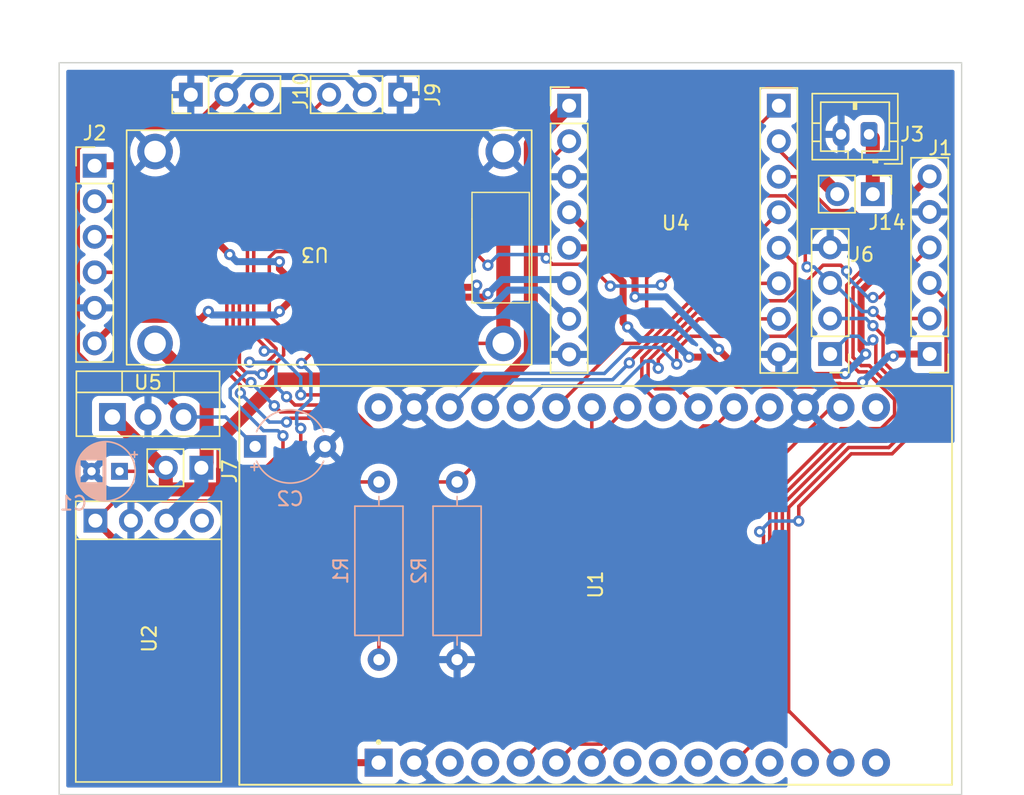
<source format=kicad_pcb>
(kicad_pcb (version 20211014) (generator pcbnew)
  (title_block (comment 1 "First revision of PCB for PAMI (2023-08)"))
  (layers (0 "F.Cu" signal) (31 "B.Cu" signal) (34 "B.Paste" user) (35 "F.Paste" user) (36 "B.SilkS" user "B.Silkscreen") (37 "F.SilkS" user "F.Silkscreen") (38 "B.Mask" user) (39 "F.Mask" user) (44 "Edge.Cuts" user))
  (net 0 "")
  (net 1 "GND")
  (net 2 "/SCL")
  (net 3 "/SDA")
  (net 4 "/1Y")
  (net 5 "+12V")
  (net 6 "/2Y")
  (net 7 "/3Y")
  (net 8 "/4Y")
  (net 9 "/BAT_READING")
  (net 10 "+3V3")
  (net 11 "/VSPI_CS0")
  (net 12 "/VSPI_CLK")
  (net 13 "/VSPI_MISO")
  (net 14 "/VSPI_MOSI")
  (net 15 "/EN34")
  (net 16 "/EN12")
  (net 17 "/2A")
  (net 18 "/1A")
  (net 19 "/4A")
  (net 20 "/3A")
  (net 21 "/POWER_SWITCH")
  (net 22 "/ENCODER_A1")
  (net 23 "/ENCODER_B1")
  (net 24 "/ENCODER_B2")
  (net 25 "/ENCODER_A2")
  (net 26 "/BATTERY_INPUT")
  (net 30 "/EMERGENCY_BUTTON")
  (net 31 "/SERVO_PWM_1")
  (net 32 "/SERVO_PWM_2")
  (net 34 "/5V_POWER")
  (net 37 "/STBY")
  (footprint "MiAM_ESP32_Footprints:TB6612FNG" (layer "F.Cu") (at 161.428 69.8755)
    (fp_text reference "U4" (at 7.62 -11.93 unlocked) (layer "F.SilkS"))
    (fp_text value "TB6612FNG")
    (pad "1" thru_hole rect (at 0 -20.32) (size 1.7 1.7) (drill 1) (layers *.Cu *.Mask) (net 30 "/EMERGENCY_BUTTON"))
    (pad "2" thru_hole oval (at 0 -17.78) (size 1.7 1.7) (drill 1) (layers *.Cu *.Mask) (net 10 "+3V3"))
    (pad "3" thru_hole oval (at 0 -15.24) (size 1.7 1.7) (drill 1) (layers *.Cu *.Mask) (net 1 "GND"))
    (pad "4" thru_hole oval (at 0 -12.7) (size 1.7 1.7) (drill 1) (layers *.Cu *.Mask) (net 4 "/1Y"))
    (pad "5" thru_hole oval (at 0 -10.16) (size 1.7 1.7) (drill 1) (layers *.Cu *.Mask) (net 6 "/2Y"))
    (pad "6" thru_hole oval (at 0 -7.62) (size 1.7 1.7) (drill 1) (layers *.Cu *.Mask) (net 8 "/4Y"))
    (pad "7" thru_hole oval (at 0 -5.08) (size 1.7 1.7) (drill 1) (layers *.Cu *.Mask) (net 7 "/3Y"))
    (pad "8" thru_hole oval (at 0 -2.54) (size 1.7 1.7) (drill 1) (layers *.Cu *.Mask) (net 1 "GND"))
    (pad "9" thru_hole oval (at 14.986 -2.54) (size 1.7 1.7) (drill 1) (layers *.Cu *.Mask) (net 1 "GND"))
    (pad "10" thru_hole oval (at 14.986 -5.08) (size 1.7 1.7) (drill 1) (layers *.Cu *.Mask) (net 15 "/EN34"))
    (pad "11" thru_hole oval (at 14.986 -7.62) (size 1.7 1.7) (drill 1) (layers *.Cu *.Mask) (net 19 "/4A"))
    (pad "12" thru_hole oval (at 14.986 -10.16) (size 1.7 1.7) (drill 1) (layers *.Cu *.Mask) (net 20 "/3A"))
    (pad "13" thru_hole oval (at 14.986 -12.7) (size 1.7 1.7) (drill 1) (layers *.Cu *.Mask) (net 37 "/STBY"))
    (pad "14" thru_hole oval (at 14.986 -15.24) (size 1.7 1.7) (drill 1) (layers *.Cu *.Mask) (net 18 "/1A"))
    (pad "15" thru_hole oval (at 14.986 -17.78) (size 1.7 1.7) (drill 1) (layers *.Cu *.Mask) (net 17 "/2A"))
    (pad "16" thru_hole rect (at 14.986 -20.32) (size 1.7 1.7) (drill 1) (layers *.Cu *.Mask) (net 16 "/EN12"))
  )
  (footprint "Connector_JST:JST_PH_B2B-PH-K_1x02_P2.00mm_Vertical" (layer "F.Cu") (at 182.864 51.604 180)
    (fp_text reference "J3" (at -3.09 0) (layer "F.SilkS"))
    (fp_text value "Screw_Terminal_01x02")
    (pad "1" thru_hole roundrect (at 0 0 180) (size 1.2 1.75) (drill 0.75) (layers *.Cu *.Mask) (roundrect_rratio 0.208333) (net 26 "/BATTERY_INPUT"))
    (pad "2" thru_hole oval (at 2 0 180) (size 1.2 1.75) (drill 0.75) (layers *.Cu *.Mask) (net 1 "GND"))
  )
  (footprint "Connector_PinHeader_2.54mm:PinHeader_1x03_P2.54mm_Vertical" (layer "F.Cu") (at 149.352 48.768 -90)
    (fp_text reference "J9" (at 0 -2.33 90) (layer "F.SilkS"))
    (fp_text value "Conn_01x03_Male")
    (pad "1" thru_hole rect (at 0 0 270) (size 1.7 1.7) (drill 1) (layers *.Cu *.Mask) (net 1 "GND"))
    (pad "2" thru_hole oval (at 0 2.54 270) (size 1.7 1.7) (drill 1) (layers *.Cu *.Mask) (net 34 "/5V_POWER"))
    (pad "3" thru_hole oval (at 0 5.08 270) (size 1.7 1.7) (drill 1) (layers *.Cu *.Mask) (net 31 "/SERVO_PWM_1"))
  )
  (footprint "Connector_PinHeader_2.54mm:PinHeader_1x02_P2.54mm_Vertical" (layer "F.Cu") (at 183.134 55.88 -90)
    (fp_text reference "J14" (at 2.032 -1.016 180) (layer "F.SilkS"))
    (fp_text value "Conn_01x02_Male")
    (pad "1" thru_hole rect (at 0 0 270) (size 1.7 1.7) (drill 1) (layers *.Cu *.Mask) (net 26 "/BATTERY_INPUT"))
    (pad "2" thru_hole oval (at 0 2.54 270) (size 1.7 1.7) (drill 1) (layers *.Cu *.Mask) (net 21 "/POWER_SWITCH"))
  )
  (footprint "Package_TO_SOT_THT:TO-220-3_Vertical" (layer "F.Cu") (at 128.778 71.811)
    (fp_text reference "U5" (at 2.54 -2.469 180) (layer "F.SilkS"))
    (fp_text value "LM7805_TO220")
    (pad "1" thru_hole rect (at 0 0) (size 1.905 2) (drill 1.1) (layers *.Cu *.Mask) (net 30 "/EMERGENCY_BUTTON"))
    (pad "2" thru_hole oval (at 2.54 0) (size 1.905 2) (drill 1.1) (layers *.Cu *.Mask) (net 1 "GND"))
    (pad "3" thru_hole oval (at 5.08 0) (size 1.905 2) (drill 1.1) (layers *.Cu *.Mask) (net 34 "/5V_POWER"))
  )
  (footprint "MiAM_ESP32_Footprints:MODULE_ESP32_DEVKIT_V1" (layer "F.Cu") (at 163.322 83.82 90)
    (fp_text reference "U1" (at 0.0254 0 90) (layer "F.SilkS"))
    (fp_text value "ESP32-DEVKIT-V1")
    (pad "1" thru_hole rect (at -12.7 -15.515 90) (size 2 2) (drill 1.02) (layers *.Cu *.Mask) (net 10 "+3V3"))
    (pad "2" thru_hole circle (at -12.7 -12.975 90) (size 2 2) (drill 1.02) (layers *.Cu *.Mask) (net 1 "GND"))
    (pad "3" thru_hole circle (at -12.7 -10.435 90) (size 2 2) (drill 1.02) (layers *.Cu *.Mask))
    (pad "4" thru_hole circle (at -12.7 -7.895 90) (size 2 2) (drill 1.02) (layers *.Cu *.Mask))
    (pad "5" thru_hole circle (at -12.7 -5.355 90) (size 2 2) (drill 1.02) (layers *.Cu *.Mask) (net 23 "/ENCODER_B1"))
    (pad "6" thru_hole circle (at -12.7 -2.815 90) (size 2 2) (drill 1.02) (layers *.Cu *.Mask) (net 18 "/1A"))
    (pad "7" thru_hole circle (at -12.7 -0.275 90) (size 2 2) (drill 1.02) (layers *.Cu *.Mask) (net 17 "/2A"))
    (pad "8" thru_hole circle (at -12.7 2.265 90) (size 2 2) (drill 1.02) (layers *.Cu *.Mask) (net 11 "/VSPI_CS0"))
    (pad "9" thru_hole circle (at -12.7 4.805 90) (size 2 2) (drill 1.02) (layers *.Cu *.Mask) (net 12 "/VSPI_CLK"))
    (pad "10" thru_hole circle (at -12.7 7.345 90) (size 2 2) (drill 1.02) (layers *.Cu *.Mask) (net 13 "/VSPI_MISO"))
    (pad "11" thru_hole circle (at -12.7 9.885 90) (size 2 2) (drill 1.02) (layers *.Cu *.Mask) (net 3 "/SDA"))
    (pad "12" thru_hole circle (at -12.7 12.425 90) (size 2 2) (drill 1.02) (layers *.Cu *.Mask))
    (pad "13" thru_hole circle (at -12.7 14.965 90) (size 2 2) (drill 1.02) (layers *.Cu *.Mask))
    (pad "14" thru_hole circle (at -12.7 17.505 90) (size 2 2) (drill 1.02) (layers *.Cu *.Mask) (net 2 "/SCL"))
    (pad "15" thru_hole circle (at -12.7 20.045 90) (size 2 2) (drill 1.02) (layers *.Cu *.Mask) (net 14 "/VSPI_MOSI"))
    (pad "16" thru_hole circle (at 12.7 20.045 90) (size 2 2) (drill 1.02) (layers *.Cu *.Mask))
    (pad "17" thru_hole circle (at 12.7 17.505 90) (size 2 2) (drill 1.02) (layers *.Cu *.Mask) (net 9 "/BAT_READING"))
    (pad "18" thru_hole circle (at 12.7 14.965 90) (size 2 2) (drill 1.02) (layers *.Cu *.Mask) (net 1 "GND"))
    (pad "19" thru_hole circle (at 12.7 12.425 90) (size 2 2) (drill 1.02) (layers *.Cu *.Mask) (net 25 "/ENCODER_A2"))
    (pad "20" thru_hole circle (at 12.7 9.885 90) (size 2 2) (drill 1.02) (layers *.Cu *.Mask) (net 24 "/ENCODER_B2"))
    (pad "21" thru_hole circle (at 12.7 7.345 90) (size 2 2) (drill 1.02) (layers *.Cu *.Mask) (net 20 "/3A"))
    (pad "22" thru_hole circle (at 12.7 4.805 90) (size 2 2) (drill 1.02) (layers *.Cu *.Mask) (net 19 "/4A"))
    (pad "23" thru_hole circle (at 12.7 2.265 90) (size 2 2) (drill 1.02) (layers *.Cu *.Mask) (net 31 "/SERVO_PWM_1"))
    (pad "24" thru_hole circle (at 12.7 -0.275 90) (size 2 2) (drill 1.02) (layers *.Cu *.Mask) (net 32 "/SERVO_PWM_2"))
    (pad "25" thru_hole circle (at 12.7 -2.815 90) (size 2 2) (drill 1.02) (layers *.Cu *.Mask) (net 16 "/EN12"))
    (pad "26" thru_hole circle (at 12.7 -5.355 90) (size 2 2) (drill 1.02) (layers *.Cu *.Mask) (net 15 "/EN34"))
    (pad "27" thru_hole circle (at 12.7 -7.895 90) (size 2 2) (drill 1.02) (layers *.Cu *.Mask) (net 37 "/STBY"))
    (pad "28" thru_hole circle (at 12.7 -10.435 90) (size 2 2) (drill 1.02) (layers *.Cu *.Mask) (net 22 "/ENCODER_A1"))
    (pad "29" thru_hole circle (at 12.7 -12.975 90) (size 2 2) (drill 1.02) (layers *.Cu *.Mask) (net 1 "GND"))
    (pad "30" thru_hole circle (at 12.7 -15.515 90) (size 2 2) (drill 1.02) (layers *.Cu *.Mask))
    (zone (net 0) (net_name "") (layer "B.Cu") (connect_pads (clearance 0)) (min_thickness 0.01)
      (keepout (tracks not_allowed) (vias not_allowed) (pads not_allowed) (copperpour not_allowed) (footprints allowed))
      (fill (thermal_gap 0.508) (thermal_bridge_width 0.508))
      (polygon (pts (xy 182.307 92.73) (xy 182.307 75.04) (xy 188.797 75.04) (xy 188.797 92.73)))
    )
  )
  (footprint "Connector_PinHeader_2.54mm:PinHeader_1x06_P2.54mm_Vertical" (layer "F.Cu") (at 187.198 67.31 180)
    (fp_text reference "J1" (at -0.762 14.732) (layer "F.SilkS"))
    (fp_text value "Conn_01x06_Male")
    (pad "1" thru_hole rect (at 0 0 180) (size 1.7 1.7) (drill 1) (layers *.Cu *.Mask) (net 6 "/2Y"))
    (pad "2" thru_hole oval (at 0 2.54 180) (size 1.7 1.7) (drill 1) (layers *.Cu *.Mask) (net 10 "+3V3"))
    (pad "3" thru_hole oval (at 0 5.08 180) (size 1.7 1.7) (drill 1) (layers *.Cu *.Mask) (net 23 "/ENCODER_B1"))
    (pad "4" thru_hole oval (at 0 7.62 180) (size 1.7 1.7) (drill 1) (layers *.Cu *.Mask) (net 22 "/ENCODER_A1"))
    (pad "5" thru_hole oval (at 0 10.16 180) (size 1.7 1.7) (drill 1) (layers *.Cu *.Mask) (net 1 "GND"))
    (pad "6" thru_hole oval (at 0 12.7 180) (size 1.7 1.7) (drill 1) (layers *.Cu *.Mask) (net 4 "/1Y"))
  )
  (footprint "Connector_PinHeader_2.54mm:PinHeader_1x03_P2.54mm_Vertical" (layer "F.Cu") (at 134.381 48.768 90)
    (fp_text reference "J10" (at 0.254 7.859 90) (layer "F.SilkS"))
    (fp_text value "Conn_01x03_Male")
    (pad "1" thru_hole rect (at 0 0 90) (size 1.7 1.7) (drill 1) (layers *.Cu *.Mask) (net 1 "GND"))
    (pad "2" thru_hole oval (at 0 2.54 90) (size 1.7 1.7) (drill 1) (layers *.Cu *.Mask) (net 34 "/5V_POWER"))
    (pad "3" thru_hole oval (at 0 5.08 90) (size 1.7 1.7) (drill 1) (layers *.Cu *.Mask) (net 32 "/SERVO_PWM_2"))
  )
  (footprint "Connector_PinHeader_2.54mm:PinHeader_1x04_P2.54mm_Vertical" (layer "F.Cu") (at 180.086 67.31 180)
    (fp_text reference "J6" (at -2.286 7.112) (layer "F.SilkS"))
    (fp_text value "Conn_01x04_Male")
    (pad "1" thru_hole rect (at 0 0 180) (size 1.7 1.7) (drill 1) (layers *.Cu *.Mask) (net 3 "/SDA"))
    (pad "2" thru_hole oval (at 0 2.54 180) (size 1.7 1.7) (drill 1) (layers *.Cu *.Mask) (net 2 "/SCL"))
    (pad "3" thru_hole oval (at 0 5.08 180) (size 1.7 1.7) (drill 1) (layers *.Cu *.Mask) (net 10 "+3V3"))
    (pad "4" thru_hole oval (at 0 7.62 180) (size 1.7 1.7) (drill 1) (layers *.Cu *.Mask) (net 1 "GND"))
  )
  (footprint "MiAM_ESP32_Footprints:VoltageRegulator" (layer "F.Cu") (at 131.318 88.138 90)
    (fp_text reference "U2" (at 0.4826 0.1016 90 unlocked) (layer "F.SilkS"))
    (fp_text value "3V3")
    (pad "1" thru_hole rect (at 8.9154 -3.7592 90) (size 1.7 1.7) (drill 1) (layers *.Cu *.Mask) (net 10 "+3V3"))
    (pad "2" thru_hole oval (at 8.9154 -1.2192 90) (size 1.7 1.7) (drill 1) (layers *.Cu *.Mask) (net 1 "GND"))
    (pad "3" thru_hole oval (at 8.9154 1.3208 90) (size 1.7 1.7) (drill 1) (layers *.Cu *.Mask) (net 5 "+12V"))
    (pad "4" thru_hole oval (at 8.9154 3.8608 90) (size 1.7 1.7) (drill 1) (layers *.Cu *.Mask))
  )
  (footprint "Connector_PinHeader_2.54mm:PinHeader_1x02_P2.54mm_Vertical" (layer "F.Cu") (at 135.133 75.438 -90)
    (fp_text reference "J7" (at 0.254 -2.027 90) (layer "F.SilkS"))
    (fp_text value "Conn_01x02_Male")
    (pad "1" thru_hole rect (at 0 0 270) (size 1.7 1.7) (drill 1) (layers *.Cu *.Mask) (net 5 "+12V"))
    (pad "2" thru_hole oval (at 0 2.54 270) (size 1.7 1.7) (drill 1) (layers *.Cu *.Mask) (net 30 "/EMERGENCY_BUTTON"))
  )
  (footprint "MiAM_ESP32_Footprints:MT3608" (layer "F.Cu") (at 143.256 59.69 180)
    (fp_text reference "U3" (at 0 -0.5 180 unlocked) (layer "F.SilkS"))
    (fp_text value "MT3608")
    (pad "1" thru_hole circle (at -13.462 -6.858 180) (size 2.54 2.54) (drill 1.54) (layers *.Cu *.Mask) (net 21 "/POWER_SWITCH"))
    (pad "2" thru_hole circle (at -13.462 6.858 180) (size 2.54 2.54) (drill 1.54) (layers *.Cu *.Mask) (net 1 "GND"))
    (pad "3" thru_hole circle (at 11.43 -6.858 180) (size 2.54 2.54) (drill 1.54) (layers *.Cu *.Mask) (net 5 "+12V"))
    (pad "4" thru_hole circle (at 11.43 6.858 180) (size 2.54 2.54) (drill 1.54) (layers *.Cu *.Mask) (net 1 "GND"))
  )
  (footprint "Connector_PinHeader_2.54mm:PinHeader_1x06_P2.54mm_Vertical" (layer "F.Cu") (at 127.508 53.848)
    (fp_text reference "J2" (at 0 -2.33) (layer "F.SilkS"))
    (fp_text value "Conn_01x06_Male")
    (pad "1" thru_hole rect (at 0 0) (size 1.7 1.7) (drill 1) (layers *.Cu *.Mask) (net 7 "/3Y"))
    (pad "2" thru_hole oval (at 0 2.54) (size 1.7 1.7) (drill 1) (layers *.Cu *.Mask) (net 10 "+3V3"))
    (pad "3" thru_hole oval (at 0 5.08) (size 1.7 1.7) (drill 1) (layers *.Cu *.Mask) (net 24 "/ENCODER_B2"))
    (pad "4" thru_hole oval (at 0 7.62) (size 1.7 1.7) (drill 1) (layers *.Cu *.Mask) (net 25 "/ENCODER_A2"))
    (pad "5" thru_hole oval (at 0 10.16) (size 1.7 1.7) (drill 1) (layers *.Cu *.Mask) (net 1 "GND"))
    (pad "6" thru_hole oval (at 0 12.7) (size 1.7 1.7) (drill 1) (layers *.Cu *.Mask) (net 8 "/4Y"))
  )
  (footprint "Resistor_THT:R_Axial_DIN0309_L9.0mm_D3.2mm_P12.70mm_Horizontal" (layer "B.Cu") (at 153.416 76.454 -90)
    (fp_text reference "R2" (at 6.35 2.72 90) (layer "B.SilkS") (effects (justify mirror)))
    (fp_text value "10k")
    (pad "1" thru_hole circle (at 0 0 270) (size 1.6 1.6) (drill 0.8) (layers *.Cu *.Mask) (net 9 "/BAT_READING"))
    (pad "2" thru_hole oval (at 12.7 0 270) (size 1.6 1.6) (drill 0.8) (layers *.Cu *.Mask) (net 1 "GND"))
  )
  (footprint "Capacitor_THT:CP_Radial_Tantal_D5.0mm_P5.00mm" (layer "B.Cu") (at 138.978 73.914)
    (fp_text reference "C2" (at 2.5 3.75) (layer "B.SilkS") (effects (justify mirror)))
    (fp_text value "0.1uF")
    (pad "1" thru_hole rect (at 0 0) (size 1.6 1.6) (drill 0.8) (layers *.Cu *.Mask) (net 34 "/5V_POWER"))
    (pad "2" thru_hole circle (at 5 0) (size 1.6 1.6) (drill 0.8) (layers *.Cu *.Mask) (net 1 "GND"))
  )
  (footprint "Resistor_THT:R_Axial_DIN0309_L9.0mm_D3.2mm_P12.70mm_Horizontal" (layer "B.Cu") (at 147.828 76.454 -90)
    (fp_text reference "R1" (at 6.35 2.72 90) (layer "B.SilkS") (effects (justify mirror)))
    (fp_text value "100k")
    (pad "1" thru_hole circle (at 0 0 270) (size 1.6 1.6) (drill 0.8) (layers *.Cu *.Mask) (net 21 "/POWER_SWITCH"))
    (pad "2" thru_hole oval (at 12.7 0 270) (size 1.6 1.6) (drill 0.8) (layers *.Cu *.Mask) (net 9 "/BAT_READING"))
  )
  (footprint "Capacitor_THT:CP_Radial_D4.0mm_P2.00mm" (layer "B.Cu") (at 129.286 75.692 180)
    (fp_text reference "C1" (at 3.302 -2.286) (layer "B.SilkS") (effects (justify mirror)))
    (fp_text value "0.22uF")
    (pad "1" thru_hole rect (at 0 0 180) (size 1.2 1.2) (drill 0.6) (layers *.Cu *.Mask) (net 30 "/EMERGENCY_BUTTON"))
    (pad "2" thru_hole circle (at 2 0 180) (size 1.2 1.2) (drill 0.6) (layers *.Cu *.Mask) (net 1 "GND"))
  )
  (gr_rect (start 124.968 46.482) (end 189.484 98.806) (layer "Edge.Cuts") (width 0.1) (fill none))
  (segment (start 183.145161 65.278) (end 183.153775 65.278) (width 0.25) (layer "F.Cu") (net 2))
  (segment (start 186.055717 70.028421) (end 186.055717 72.211577) (width 0.25) (layer "F.Cu") (net 2))
  (segment (start 177.11656 92.873762) (end 177.180762 92.873762) (width 0.25) (layer "F.Cu") (net 2))
  (segment (start 177.180762 92.873762) (end 180.827 96.52) (width 0.25) (layer "F.Cu") (net 2))
  (segment (start 183.869672 65.993897) (end 183.869672 67.842376) (width 0.25) (layer "F.Cu") (net 2))
  (segment (start 186.055717 72.211577) (end 184.274734 73.99256) (width 0.25) (layer "F.Cu") (net 2))
  (segment (start 183.869672 67.842376) (end 186.055717 70.028421) (width 0.25) (layer "F.Cu") (net 2))
  (segment (start 184.274734 73.99256) (end 181.406594 73.99256) (width 0.25) (layer "F.Cu") (net 2))
  (segment (start 181.406594 73.99256) (end 177.11656 78.282594) (width 0.25) (layer "F.Cu") (net 2))
  (segment (start 183.153775 65.278) (end 183.869672 65.993897) (width 0.25) (layer "F.Cu") (net 2))
  (segment (start 177.11656 78.282594) (end 177.11656 92.873762) (width 0.25) (layer "F.Cu") (net 2))
  (via (at 183.145161 65.278) (size 0.8) (drill 0.4) (layers "F.Cu" "B.Cu") (net 2))
  (segment (start 183.145161 65.278) (end 182.637161 64.77) (width 0.25) (layer "B.Cu") (net 2))
  (segment (start 182.637161 64.77) (end 180.33 64.77) (width 0.25) (layer "B.Cu") (net 2))
  (segment (start 183.350511 66.49935) (end 183.350511 67.958933) (width 0.25) (layer "F.Cu") (net 3))
  (segment (start 185.606197 72.02538) (end 184.088537 73.54304) (width 0.25) (layer "F.Cu") (net 3))
  (segment (start 185.606197 70.214619) (end 185.606197 72.02538) (width 0.25) (layer "F.Cu") (net 3))
  (segment (start 183.350511 67.958933) (end 185.606197 70.214619) (width 0.25) (layer "F.Cu") (net 3))
  (segment (start 183.145161 66.294) (end 183.350511 66.49935) (width 0.25) (layer "F.Cu") (net 3))
  (segment (start 181.220396 73.54304) (end 176.66704 78.096396) (width 0.25) (layer "F.Cu") (net 3))
  (segment (start 184.088537 73.54304) (end 181.220396 73.54304) (width 0.25) (layer "F.Cu") (net 3))
  (segment (start 176.66704 78.096396) (end 176.66704 93.05996) (width 0.25) (layer "F.Cu") (net 3))
  (segment (start 176.66704 93.05996) (end 173.207 96.52) (width 0.25) (layer "F.Cu") (net 3))
  (via (at 183.145161 66.294) (size 0.8) (drill 0.4) (layers "F.Cu" "B.Cu") (net 3))
  (segment (start 182.118 66.04) (end 181.356 66.04) (width 0.25) (layer "B.Cu") (net 3))
  (segment (start 182.853672 66.585489) (end 182.663489 66.585489) (width 0.25) (layer "B.Cu") (net 3))
  (segment (start 181.356 66.04) (end 180.086 67.31) (width 0.25) (layer "B.Cu") (net 3))
  (segment (start 183.145161 66.294) (end 182.853672 66.585489) (width 0.25) (layer "B.Cu") (net 3))
  (segment (start 182.663489 66.585489) (end 182.118 66.04) (width 0.25) (layer "B.Cu") (net 3))
  (segment (start 182.295661 66.979661) (end 182.295661 62.814339) (width 0.5) (layer "F.Cu") (net 4))
  (segment (start 182.626 67.31) (end 182.295661 66.979661) (width 0.5) (layer "F.Cu") (net 4))
  (segment (start 182.295661 62.814339) (end 184.912 60.198) (width 0.5) (layer "F.Cu") (net 4))
  (segment (start 173.970282 68.834) (end 181.039893 68.834) (width 0.5) (layer "F.Cu") (net 4))
  (segment (start 172.113027 66.976745) (end 173.970282 68.834) (width 0.5) (layer "F.Cu") (net 4))
  (segment (start 166.135798 61.883298) (end 166.135798 63.221923) (width 0.5) (layer "F.Cu") (net 4))
  (segment (start 184.912 60.198) (end 184.912 56.896) (width 0.5) (layer "F.Cu") (net 4))
  (segment (start 181.039893 68.834) (end 181.156359 68.717534) (width 0.5) (layer "F.Cu") (net 4))
  (segment (start 161.428 57.1755) (end 166.135798 61.883298) (width 0.5) (layer "F.Cu") (net 4))
  (segment (start 184.912 56.896) (end 187.198 54.61) (width 0.5) (layer "F.Cu") (net 4))
  (via (at 182.626 67.31) (size 0.8) (drill 0.4) (layers "F.Cu" "B.Cu") (net 4))
  (via (at 172.113027 66.976745) (size 0.8) (drill 0.4) (layers "F.Cu" "B.Cu") (net 4))
  (via (at 166.135798 63.221923) (size 0.8) (drill 0.4) (layers "F.Cu" "B.Cu") (net 4))
  (via (at 181.156359 68.717534) (size 0.8) (drill 0.4) (layers "F.Cu" "B.Cu") (net 4))
  (segment (start 181.156359 68.717534) (end 181.218466 68.717534) (width 0.5) (layer "B.Cu") (net 4))
  (segment (start 166.135798 63.221923) (end 168.358205 63.221923) (width 0.5) (layer "B.Cu") (net 4))
  (segment (start 168.358205 63.221923) (end 172.113027 66.976745) (width 0.5) (layer "B.Cu") (net 4))
  (segment (start 181.218466 68.717534) (end 182.626 67.31) (width 0.5) (layer "B.Cu") (net 4))
  (segment (start 135.51002 70.23202) (end 135.51002 75.06098) (width 1) (layer "F.Cu") (net 5))
  (segment (start 131.826 66.548) (end 135.51002 70.23202) (width 1) (layer "F.Cu") (net 5))
  (segment (start 135.51002 75.06098) (end 135.133 75.438) (width 1) (layer "F.Cu") (net 5))
  (segment (start 135.133 75.438) (end 135.133 76.7284) (width 1) (layer "B.Cu") (net 5))
  (segment (start 135.133 76.7284) (end 132.6388 79.2226) (width 1) (layer "B.Cu") (net 5))
  (segment (start 180.770954 69.53352) (end 180.804479 69.567045) (width 0.5) (layer "F.Cu") (net 6))
  (segment (start 169.986302 67.529249) (end 171.415249 67.529249) (width 0.5) (layer "F.Cu") (net 6))
  (segment (start 182.146954 69.567045) (end 182.404772 69.309227) (width 0.5) (layer "F.Cu") (net 6))
  (segment (start 184.594172 67.458053) (end 184.742225 67.31) (width 0.5) (layer "F.Cu") (net 6))
  (segment (start 165.286287 65.052267) (end 165.286287 62.162287) (width 0.5) (layer "F.Cu") (net 6))
  (segment (start 184.742225 67.31) (end 187.198 67.31) (width 0.5) (layer "F.Cu") (net 6))
  (segment (start 180.804479 69.567045) (end 182.146954 69.567045) (width 0.5) (layer "F.Cu") (net 6))
  (segment (start 165.608 65.37398) (end 165.286287 65.052267) (width 0.5) (layer "F.Cu") (net 6))
  (segment (start 162.8395 59.7155) (end 161.428 59.7155) (width 0.5) (layer "F.Cu") (net 6))
  (segment (start 173.41952 69.53352) (end 180.770954 69.53352) (width 0.5) (layer "F.Cu") (net 6))
  (segment (start 165.286287 62.162287) (end 162.8395 59.7155) (width 0.5) (layer "F.Cu") (net 6))
  (segment (start 171.415249 67.529249) (end 173.41952 69.53352) (width 0.5) (layer "F.Cu") (net 6))
  (via (at 182.404772 69.309227) (size 0.8) (drill 0.4) (layers "F.Cu" "B.Cu") (net 6))
  (via (at 184.594172 67.458053) (size 0.8) (drill 0.4) (layers "F.Cu" "B.Cu") (net 6))
  (via (at 165.608 65.37398) (size 0.8) (drill 0.4) (layers "F.Cu" "B.Cu") (net 6))
  (via (at 169.986302 67.529249) (size 0.8) (drill 0.4) (layers "F.Cu" "B.Cu") (net 6))
  (segment (start 166.498989 66.264969) (end 165.608 65.37398) (width 0.5) (layer "B.Cu") (net 6))
  (segment (start 184.594172 67.458053) (end 184.255946 67.458053) (width 0.5) (layer "B.Cu") (net 6))
  (segment (start 184.255946 67.458053) (end 182.404772 69.309227) (width 0.5) (layer "B.Cu") (net 6))
  (segment (start 168.722022 66.264969) (end 166.498989 66.264969) (width 0.5) (layer "B.Cu") (net 6))
  (segment (start 169.986302 67.529249) (end 168.722022 66.264969) (width 0.5) (layer "B.Cu") (net 6))
  (segment (start 140.716 61.214) (end 142.043553 62.541553) (width 0.5) (layer "F.Cu") (net 7))
  (segment (start 137.16 60.198) (end 135.89 58.928) (width 0.5) (layer "F.Cu") (net 7))
  (segment (start 134.62 58.928) (end 129.54 53.848) (width 0.5) (layer "F.Cu") (net 7))
  (segment (start 154.669459 62.541553) (end 154.81945 62.391562) (width 0.5) (layer "F.Cu") (net 7))
  (segment (start 129.54 53.848) (end 127.508 53.848) (width 0.5) (layer "F.Cu") (net 7))
  (segment (start 135.89 58.928) (end 134.62 58.928) (width 0.5) (layer "F.Cu") (net 7))
  (segment (start 140.716 60.706) (end 140.716 61.214) (width 0.5) (layer "F.Cu") (net 7))
  (segment (start 142.043553 62.541553) (end 154.669459 62.541553) (width 0.5) (layer "F.Cu") (net 7))
  (via (at 140.716 60.706) (size 0.8) (drill 0.4) (layers "F.Cu" "B.Cu") (net 7))
  (via (at 154.81945 62.391562) (size 0.8) (drill 0.4) (layers "F.Cu" "B.Cu") (net 7))
  (via (at 137.16 60.198) (size 0.8) (drill 0.4) (layers "F.Cu" "B.Cu") (net 7))
  (segment (start 154.768989 62.442025) (end 154.81945 62.391562) (width 0.5) (layer "B.Cu") (net 7))
  (segment (start 155.26662 63.841511) (end 154.768989 63.34388) (width 0.5) (layer "B.Cu") (net 7))
  (segment (start 137.668 60.706) (end 137.16 60.198) (width 0.5) (layer "B.Cu") (net 7))
  (segment (start 140.716 60.706) (end 137.668 60.706) (width 0.5) (layer "B.Cu") (net 7))
  (segment (start 155.97038 63.841511) (end 155.26662 63.841511) (width 0.5) (layer "B.Cu") (net 7))
  (segment (start 154.768989 63.34388) (end 154.768989 62.442025) (width 0.5) (layer "B.Cu") (net 7))
  (segment (start 157.073891 62.738) (end 155.97038 63.841511) (width 0.5) (layer "B.Cu") (net 7))
  (segment (start 159.3705 62.738) (end 157.073891 62.738) (width 0.5) (layer "B.Cu") (net 7))
  (segment (start 161.428 64.7955) (end 159.3705 62.738) (width 0.5) (layer "B.Cu") (net 7))
  (segment (start 155.369427 63.241073) (end 155.6185 62.992) (width 0.5) (layer "F.Cu") (net 8))
  (segment (start 140.716 64.262) (end 141.736927 63.241073) (width 0.5) (layer "F.Cu") (net 8))
  (segment (start 129.227511 64.828489) (end 127.508 66.548) (width 0.5) (layer "F.Cu") (net 8))
  (segment (start 135.636 64.262) (end 135.069511 64.828489) (width 0.5) (layer "F.Cu") (net 8))
  (segment (start 141.736927 63.241073) (end 155.369427 63.241073) (width 0.5) (layer "F.Cu") (net 8))
  (segment (start 135.069511 64.828489) (end 129.227511 64.828489) (width 0.5) (layer "F.Cu") (net 8))
  (via (at 135.636 64.262) (size 0.8) (drill 0.4) (layers "F.Cu" "B.Cu") (net 8))
  (via (at 140.716 64.262) (size 0.8) (drill 0.4) (layers "F.Cu" "B.Cu") (net 8))
  (via (at 155.6185 62.992) (size 0.8) (drill 0.4) (layers "F.Cu" "B.Cu") (net 8))
  (segment (start 140.462 64.516) (end 135.89 64.516) (width 0.5) (layer "B.Cu") (net 8))
  (segment (start 161.154719 61.982219) (end 161.428 62.2555) (width 0.5) (layer "B.Cu") (net 8))
  (segment (start 135.89 64.516) (end 135.636 64.262) (width 0.5) (layer "B.Cu") (net 8))
  (segment (start 156.628281 61.982219) (end 161.154719 61.982219) (width 0.5) (layer "B.Cu") (net 8))
  (segment (start 140.716 64.262) (end 140.462 64.516) (width 0.5) (layer "B.Cu") (net 8))
  (segment (start 155.6185 62.992) (end 156.628281 61.982219) (width 0.5) (layer "B.Cu") (net 8))
  (segment (start 147.828 80.264) (end 151.638 76.454) (width 0.25) (layer "F.Cu") (net 9))
  (segment (start 180.160143 71.12) (end 176.076063 75.20408) (width 0.25) (layer "F.Cu") (net 9))
  (segment (start 151.638 76.454) (end 153.416 76.454) (width 0.25) (layer "F.Cu") (net 9))
  (segment (start 154.66592 75.20408) (end 153.416 76.454) (width 0.25) (layer "F.Cu") (net 9))
  (segment (start 180.827 71.12) (end 180.160143 71.12) (width 0.25) (layer "F.Cu") (net 9))
  (segment (start 147.828 88.646) (end 147.828 80.264) (width 0.25) (layer "F.Cu") (net 9))
  (segment (start 176.076063 75.20408) (end 154.66592 75.20408) (width 0.25) (layer "F.Cu") (net 9))
  (segment (start 141.016103 67.375433) (end 139.635899 68.755637) (width 0.25) (layer "F.Cu") (net 10))
  (segment (start 137.854301 62.414866) (end 136.008395 60.56896) (width 0.25) (layer "F.Cu") (net 10))
  (segment (start 139.122251 68.755637) (end 138.984103 68.617489) (width 0.25) (layer "F.Cu") (net 10))
  (segment (start 159.766 60.430989) (end 159.766 53.7575) (width 0.25) (layer "F.Cu") (net 10))
  (segment (start 139.493435 68.755637) (end 139.122251 68.755637) (width 0.25) (layer "F.Cu") (net 10))
  (segment (start 139.991489 64.562103) (end 141.016103 65.586717) (width 0.25) (layer "F.Cu") (net 10))
  (segment (start 139.991489 60.405897) (end 139.991489 64.562103) (width 0.25) (layer "F.Cu") (net 10))
  (segment (start 141.016103 65.586717) (end 141.016103 67.375433) (width 0.25) (layer "F.Cu") (net 10))
  (segment (start 144.8562 96.52) (end 127.5588 79.2226) (width 0.5) (layer "F.Cu") (net 10))
  (segment (start 183.157915 64.266155) (end 183.66176 64.77) (width 0.25) (layer "F.Cu") (net 10))
  (segment (start 160.225022 60.890011) (end 162.812635 60.890011) (width 0.25) (layer "F.Cu") (net 10))
  (segment (start 128.969369 77.812031) (end 137.328991 77.812031) (width 0.25) (layer "F.Cu") (net 10))
  (segment (start 137.328991 77.812031) (end 140.97 74.171022) (width 0.25) (layer "F.Cu") (net 10))
  (segment (start 155.6185 60.96) (end 154.639989 59.981489) (width 0.25) (layer "F.Cu") (net 10))
  (segment (start 159.766 53.7575) (end 161.428 52.0955) (width 0.25) (layer "F.Cu") (net 10))
  (segment (start 138.984103 68.617489) (end 138.278698 68.617489) (width 0.25) (layer "F.Cu") (net 10))
  (segment (start 127.5588 79.2226) (end 128.969369 77.812031) (width 0.25) (layer "F.Cu") (net 10))
  (segment (start 168.010683 62.367317) (end 168.148 62.23) (width 0.25) (layer "F.Cu") (net 10))
  (segment (start 154.639989 59.981489) (end 140.415897 59.981489) (width 0.25) (layer "F.Cu") (net 10))
  (segment (start 134.48296 60.56896) (end 130.302 56.388) (width 0.25) (layer "F.Cu") (net 10))
  (segment (start 174.377011 56.000989) (end 176.900499 56.000989) (width 0.25) (layer "F.Cu") (net 10))
  (segment (start 140.415897 59.981489) (end 139.991489 60.405897) (width 0.25) (layer "F.Cu") (net 10))
  (segment (start 136.008395 60.56896) (end 134.48296 60.56896) (width 0.25) (layer "F.Cu") (net 10))
  (segment (start 130.302 56.388) (end 127.508 56.388) (width 0.25) (layer "F.Cu") (net 10))
  (segment (start 159.787011 60.452) (end 159.766 60.430989) (width 0.25) (layer "F.Cu") (net 10))
  (segment (start 178.308 60.96) (end 178.430701 61.082701) (width 0.25) (layer "F.Cu") (net 10))
  (segment (start 137.854301 68.193092) (end 137.854301 62.414866) (width 0.25) (layer "F.Cu") (net 10))
  (segment (start 164.372312 62.449688) (end 162.812635 60.890011) (width 0.25) (layer "F.Cu") (net 10))
  (segment (start 138.278698 68.617489) (end 137.854301 68.193092) (width 0.25) (layer "F.Cu") (net 10))
  (segment (start 147.807 96.52) (end 144.8562 96.52) (width 0.5) (layer "F.Cu") (net 10))
  (segment (start 140.97 74.171022) (end 140.97 73.152) (width 0.25) (layer "F.Cu") (net 10))
  (segment (start 183.66176 64.77) (end 187.198 64.77) (width 0.25) (layer "F.Cu") (net 10))
  (segment (start 159.787011 60.452) (end 160.225022 60.890011) (width 0.25) (layer "F.Cu") (net 10))
  (segment (start 168.148 62.23) (end 174.377011 56.000989) (width 0.25) (layer "F.Cu") (net 10))
  (segment (start 139.635899 68.755637) (end 139.493435 68.755637) (width 0.25) (layer "F.Cu") (net 10))
  (segment (start 176.900499 56.000989) (end 178.308 57.40849) (width 0.25) (layer "F.Cu") (net 10))
  (segment (start 178.308 57.40849) (end 178.308 60.96) (width 0.25) (layer "F.Cu") (net 10))
  (via (at 140.97 73.152) (size 0.8) (drill 0.4) (layers "F.Cu" "B.Cu") (net 10))
  (via (at 164.372312 62.449688) (size 0.8) (drill 0.4) (layers "F.Cu" "B.Cu") (net 10))
  (via (at 139.493435 68.755637) (size 0.8) (drill 0.4) (layers "F.Cu" "B.Cu") (net 10))
  (via (at 178.430701 61.082701) (size 0.8) (drill 0.4) (layers "F.Cu" "B.Cu") (net 10))
  (via (at 155.6185 60.96) (size 0.8) (drill 0.4) (layers "F.Cu" "B.Cu") (net 10))
  (via (at 159.787011 60.452) (size 0.8) (drill 0.4) (layers "F.Cu" "B.Cu") (net 10))
  (via (at 183.157915 64.266155) (size 0.8) (drill 0.4) (layers "F.Cu" "B.Cu") (net 10))
  (via (at 168.010683 62.367317) (size 0.8) (drill 0.4) (layers "F.Cu" "B.Cu") (net 10))
  (segment (start 168.010683 62.367317) (end 167.928312 62.449688) (width 0.25) (layer "B.Cu") (net 10))
  (segment (start 182.366155 64.266155) (end 180.33 62.23) (width 0.25) (layer "B.Cu") (net 10))
  (segment (start 138.984103 68.617489) (end 138.383897 68.617489) (width 0.25) (layer "B.Cu") (net 10))
  (segment (start 139.122251 68.755637) (end 138.984103 68.617489) (width 0.25) (layer "B.Cu") (net 10))
  (segment (start 139.582875 72.789489) (end 140.607489 72.789489) (width 0.25) (layer "B.Cu") (net 10))
  (segment (start 137.197489 70.404103) (end 139.582875 72.789489) (width 0.25) (layer "B.Cu") (net 10))
  (segment (start 156.3805 60.198) (end 155.6185 60.96) (width 0.25) (layer "B.Cu") (net 10))
  (segment (start 167.928312 62.449688) (end 164.372312 62.449688) (width 0.25) (layer "B.Cu") (net 10))
  (segment (start 138.383897 68.617489) (end 137.197489 69.803897) (width 0.25) (layer "B.Cu") (net 10))
  (segment (start 178.430701 61.082701) (end 178.938701 61.082701) (width 0.25) (layer "B.Cu") (net 10))
  (segment (start 140.607489 72.789489) (end 140.97 73.152) (width 0.25) (layer "B.Cu") (net 10))
  (segment (start 139.493435 68.755637) (end 139.122251 68.755637) (width 0.25) (layer "B.Cu") (net 10))
  (segment (start 178.938701 61.082701) (end 180.086 62.23) (width 0.25) (layer "B.Cu") (net 10))
  (segment (start 159.533011 60.198) (end 156.3805 60.198) (width 0.25) (layer "B.Cu") (net 10))
  (segment (start 183.157915 64.266155) (end 182.366155 64.266155) (width 0.25) (layer "B.Cu") (net 10))
  (segment (start 159.787011 60.452) (end 159.533011 60.198) (width 0.25) (layer "B.Cu") (net 10))
  (segment (start 137.197489 69.803897) (end 137.197489 70.404103) (width 0.25) (layer "B.Cu") (net 10))
  (segment (start 167.79802 67.698634) (end 170.701154 64.7955) (width 0.25) (layer "F.Cu") (net 15))
  (segment (start 170.701154 64.7955) (end 176.414 64.7955) (width 0.25) (layer "F.Cu") (net 15))
  (segment (start 167.79802 68.326) (end 167.79802 67.698634) (width 0.25) (layer "F.Cu") (net 15))
  (via (at 167.79802 68.326) (size 0.8) (drill 0.4) (layers "F.Cu" "B.Cu") (net 15))
  (segment (start 159.491 69.596) (end 157.967 71.12) (width 0.25) (layer "B.Cu") (net 15))
  (segment (start 165.1 69.596) (end 159.491 69.596) (width 0.25) (layer "B.Cu") (net 15))
  (segment (start 167.79802 68.23002) (end 167.386 67.818) (width 0.25) (layer "B.Cu") (net 15))
  (segment (start 166.878 67.818) (end 165.1 69.596) (width 0.25) (layer "B.Cu") (net 15))
  (segment (start 167.386 67.818) (end 166.878 67.818) (width 0.25) (layer "B.Cu") (net 15))
  (segment (start 167.79802 68.326) (end 167.79802 68.23002) (width 0.25) (layer "B.Cu") (net 15))
  (segment (start 166.405797 66.548) (end 165.079 66.548) (width 0.25) (layer "F.Cu") (net 16))
  (segment (start 173.736 55.118) (end 166.968801 61.885199) (width 0.25) (layer "F.Cu") (net 16))
  (segment (start 167.393209 65.560588) (end 166.405797 66.548) (width 0.25) (layer "F.Cu") (net 16))
  (segment (start 165.079 66.548) (end 160.507 71.12) (width 0.25) (layer "F.Cu") (net 16))
  (segment (start 173.736 52.2335) (end 173.736 55.118) (width 0.25) (layer "F.Cu") (net 16))
  (segment (start 176.414 49.5555) (end 173.736 52.2335) (width 0.25) (layer "F.Cu") (net 16))
  (segment (start 167.393209 64.933199) (end 167.393209 65.560588) (width 0.25) (layer "F.Cu") (net 16))
  (segment (start 166.968801 64.508791) (end 167.393209 64.933199) (width 0.25) (layer "F.Cu") (net 16))
  (segment (start 166.968801 61.885199) (end 166.968801 64.508791) (width 0.25) (layer "F.Cu") (net 16))
  (segment (start 176.414 52.716) (end 178.24548 54.54748) (width 0.25) (layer "F.Cu") (net 17))
  (segment (start 183.642 60.655506) (end 181.721141 62.576366) (width 0.25) (layer "F.Cu") (net 17))
  (segment (start 182.308914 68.135196) (end 182.891057 68.135196) (width 0.25) (layer "F.Cu") (net 17))
  (segment (start 183.90234 73.09352) (end 181.034198 73.09352) (width 0.25) (layer "F.Cu") (net 17))
  (segment (start 176.21752 83.34948) (end 163.047 96.52) (width 0.25) (layer "F.Cu") (net 17))
  (segment (start 183.642 58.928) (end 183.642 60.655506) (width 0.25) (layer "F.Cu") (net 17))
  (segment (start 185.156677 70.400816) (end 185.156677 71.839183) (width 0.25) (layer "F.Cu") (net 17))
  (segment (start 178.24548 54.54748) (end 178.24548 55.19249) (width 0.25) (layer "F.Cu") (net 17))
  (segment (start 181.034198 73.09352) (end 176.21752 77.910198) (width 0.25) (layer "F.Cu") (net 17))
  (segment (start 180.107501 57.054511) (end 181.768511 57.054511) (width 0.25) (layer "F.Cu") (net 17))
  (segment (start 176.414 52.0955) (end 176.414 52.716) (width 0.25) (layer "F.Cu") (net 17))
  (segment (start 181.721141 62.576366) (end 181.721141 67.547423) (width 0.25) (layer "F.Cu") (net 17))
  (segment (start 182.891057 68.135196) (end 185.156677 70.400816) (width 0.25) (layer "F.Cu") (net 17))
  (segment (start 176.21752 77.910198) (end 176.21752 83.34948) (width 0.25) (layer "F.Cu") (net 17))
  (segment (start 178.24548 55.19249) (end 180.107501 57.054511) (width 0.25) (layer "F.Cu") (net 17))
  (segment (start 181.768511 57.054511) (end 183.642 58.928) (width 0.25) (layer "F.Cu") (net 17))
  (segment (start 185.156677 71.839183) (end 183.90234 73.09352) (width 0.25) (layer "F.Cu") (net 17))
  (segment (start 181.721141 67.547423) (end 182.308914 68.135196) (width 0.25) (layer "F.Cu") (net 17))
  (segment (start 179.921304 57.504031) (end 181.582313 57.504031) (width 0.25) (layer "F.Cu") (net 18))
  (segment (start 175.768 83.163282) (end 163.735793 95.195489) (width 0.25) (layer "F.Cu") (net 18))
  (segment (start 181.582313 57.504031) (end 183.19248 59.114198) (width 0.25) (layer "F.Cu") (net 18))
  (segment (start 161.831511 95.195489) (end 160.507 96.52) (width 0.25) (layer "F.Cu") (net 18))
  (segment (start 181.271621 67.733621) (end 182.122716 68.584716) (width 0.25) (layer "F.Cu") (net 18))
  (segment (start 183.19248 59.114198) (end 183.19248 60.469308) (width 0.25) (layer "F.Cu") (net 18))
  (segment (start 175.768 77.724) (end 175.768 83.163282) (width 0.25) (layer "F.Cu") (net 18))
  (segment (start 180.848 72.644) (end 175.768 77.724) (width 0.25) (layer "F.Cu") (net 18))
  (segment (start 176.414 54.6355) (end 177.697782 54.6355) (width 0.25) (layer "F.Cu") (net 18))
  (segment (start 177.79596 54.733678) (end 177.79596 55.378687) (width 0.25) (layer "F.Cu") (net 18))
  (segment (start 183.19248 60.469308) (end 181.271621 62.390169) (width 0.25) (layer "F.Cu") (net 18))
  (segment (start 177.697782 54.6355) (end 177.79596 54.733678) (width 0.25) (layer "F.Cu") (net 18))
  (segment (start 181.271621 62.390169) (end 181.271621 67.733621) (width 0.25) (layer "F.Cu") (net 18))
  (segment (start 177.79596 55.378687) (end 179.921304 57.504031) (width 0.25) (layer "F.Cu") (net 18))
  (segment (start 182.704859 68.584716) (end 184.691511 70.571368) (width 0.25) (layer "F.Cu") (net 18))
  (segment (start 182.122716 68.584716) (end 182.704859 68.584716) (width 0.25) (layer "F.Cu") (net 18))
  (segment (start 184.691511 71.668632) (end 183.716143 72.644) (width 0.25) (layer "F.Cu") (net 18))
  (segment (start 184.691511 70.571368) (end 184.691511 71.668632) (width 0.25) (layer "F.Cu") (net 18))
  (segment (start 183.716143 72.644) (end 180.848 72.644) (width 0.25) (layer "F.Cu") (net 18))
  (segment (start 163.735793 95.195489) (end 161.831511 95.195489) (width 0.25) (layer "F.Cu") (net 18))
  (segment (start 171.969718 62.2555) (end 166.624 67.601218) (width 0.25) (layer "F.Cu") (net 19))
  (segment (start 176.414 62.2555) (end 171.969718 62.2555) (width 0.25) (layer "F.Cu") (net 19))
  (segment (start 166.624 67.601218) (end 166.624 69.617) (width 0.25) (layer "F.Cu") (net 19))
  (segment (start 166.624 69.617) (end 168.127 71.12) (width 0.25) (layer "F.Cu") (net 19))
  (segment (start 167.07352 67.787416) (end 167.07352 69.28352) (width 0.25) (layer "F.Cu") (net 20))
  (segment (start 177.588511 60.890011) (end 177.588511 62.741999) (width 0.25) (layer "F.Cu") (net 20))
  (segment (start 176.414 59.7155) (end 177.588511 60.890011) (width 0.25) (layer "F.Cu") (net 20))
  (segment (start 171.360936 63.5) (end 167.07352 67.787416) (width 0.25) (layer "F.Cu") (net 20))
  (segment (start 167.585489 69.795489) (end 169.342489 69.795489) (width 0.25) (layer "F.Cu") (net 20))
  (segment (start 176.83051 63.5) (end 171.360936 63.5) (width 0.25) (layer "F.Cu") (net 20))
  (segment (start 169.342489 69.795489) (end 170.667 71.12) (width 0.25) (layer "F.Cu") (net 20))
  (segment (start 177.588511 62.741999) (end 176.83051 63.5) (width 0.25) (layer "F.Cu") (net 20))
  (segment (start 167.07352 69.28352) (end 167.585489 69.795489) (width 0.25) (layer "F.Cu") (net 20))
  (segment (start 179.07 48.858478) (end 178.059502 47.84798) (width 1) (layer "F.Cu") (net 21))
  (segment (start 178.059502 47.84798) (end 156.62202 47.84798) (width 1) (layer "F.Cu") (net 21))
  (segment (start 154.432 53.848) (end 156.718 56.134) (width 1) (layer "F.Cu") (net 21))
  (segment (start 154.432 50.038) (end 154.432 53.848) (width 1) (layer "F.Cu") (net 21))
  (segment (start 144.018 76.454) (end 147.828 76.454) (width 0.25) (layer "F.Cu") (net 21))
  (segment (start 142.288651 67.982363) (end 143.723014 66.548) (width 0.25) (layer "F.Cu") (net 21))
  (segment (start 156.62202 47.84798) (end 154.432 50.038) (width 1) (layer "F.Cu") (net 21))
  (segment (start 142.24 74.676) (end 144.018 76.454) (width 0.25) (layer "F.Cu") (net 21))
  (segment (start 143.723014 66.548) (end 156.718 66.548) (width 0.25) (layer "F.Cu") (net 21))
  (segment (start 156.718 56.134) (end 156.718 66.548) (width 1) (layer "F.Cu") (net 21))
  (segment (start 142.24 72.621964) (end 142.24 74.676) (width 0.25) (layer "F.Cu") (net 21))
  (segment (start 179.07 54.356) (end 179.07 48.858478) (width 1) (layer "F.Cu") (net 21))
  (segment (start 180.345 55.631) (end 179.07 54.356) (width 1) (layer "F.Cu") (net 21))
  (via (at 142.288651 67.982363) (size 0.8) (drill 0.4) (layers "F.Cu" "B.Cu") (net 21))
  (via (at 142.24 72.621964) (size 0.8) (drill 0.4) (layers "F.Cu" "B.Cu") (net 21))
  (segment (start 142.24 72.621964) (end 141.948511 72.330475) (width 0.25) (layer "B.Cu") (net 21))
  (segment (start 142.964511 70.528414) (end 142.964511 68.658223) (width 0.25) (layer "B.Cu") (net 21))
  (segment (start 141.948511 72.330475) (end 141.948511 71.544414) (width 0.25) (layer "B.Cu") (net 21))
  (segment (start 142.964511 68.658223) (end 142.288651 67.982363) (width 0.25) (layer "B.Cu") (net 21))
  (segment (start 141.948511 71.544414) (end 142.964511 70.528414) (width 0.25) (layer "B.Cu") (net 21))
  (segment (start 183.621266 63.266734) (end 187.198 59.69) (width 0.25) (layer "F.Cu") (net 22))
  (segment (start 178.038031 62.499969) (end 178.038031 64.906958) (width 0.25) (layer "F.Cu") (net 22))
  (segment (start 183.145161 63.266734) (end 183.621266 63.266734) (width 0.25) (layer "F.Cu") (net 22))
  (segment (start 180.840586 60.96) (end 179.578 60.96) (width 0.25) (layer "F.Cu") (net 22))
  (segment (start 169.120309 67.012063) (end 169.120309 68.028309) (width 0.25) (layer "F.Cu") (net 22))
  (segment (start 178.038031 64.906958) (end 176.904989 66.04) (width 0.25) (layer "F.Cu") (net 22))
  (segment (start 179.578 60.96) (end 178.038031 62.499969) (width 0.25) (layer "F.Cu") (net 22))
  (segment (start 181.258888 61.378302) (end 180.840586 60.96) (width 0.25) (layer "F.Cu") (net 22))
  (segment (start 176.904989 66.04) (end 170.092372 66.04) (width 0.25) (layer "F.Cu") (net 22))
  (segment (start 170.092372 66.04) (end 169.120309 67.012063) (width 0.25) (layer "F.Cu") (net 22))
  (via (at 169.120309 68.028309) (size 0.8) (drill 0.4) (layers "F.Cu" "B.Cu") (net 22))
  (via (at 183.145161 63.266734) (size 0.8) (drill 0.4) (layers "F.Cu" "B.Cu") (net 22))
  (via (at 181.258888 61.378302) (size 0.8) (drill 0.4) (layers "F.Cu" "B.Cu") (net 22))
  (segment (start 163.949828 68.69696) (end 155.31004 68.69696) (width 0.25) (layer "B.Cu") (net 22))
  (segment (start 167.931489 66.839489) (end 165.807299 66.839489) (width 0.25) (layer "B.Cu") (net 22))
  (segment (start 155.31004 68.69696) (end 152.887 71.12) (width 0.25) (layer "B.Cu") (net 22))
  (segment (start 165.807299 66.839489) (end 163.949828 68.69696) (width 0.25) (layer "B.Cu") (net 22))
  (segment (start 181.258888 61.741878) (end 182.783744 63.266734) (width 0.25) (layer "B.Cu") (net 22))
  (segment (start 181.258888 61.378302) (end 181.258888 61.741878) (width 0.25) (layer "B.Cu") (net 22))
  (segment (start 182.783744 63.266734) (end 183.145161 63.266734) (width 0.25) (layer "B.Cu") (net 22))
  (segment (start 169.120309 68.028309) (end 167.931489 66.839489) (width 0.25) (layer "B.Cu") (net 22))
  (segment (start 163.549595 94.745969) (end 175.31848 82.977084) (width 0.25) (layer "F.Cu") (net 23))
  (segment (start 175.31848 80.28498) (end 175.0435 80.01) (width 0.25) (layer "F.Cu") (net 23))
  (segment (start 159.741031 94.745969) (end 163.549595 94.745969) (width 0.25) (layer "F.Cu") (net 23))
  (segment (start 188.372511 63.404511) (end 188.372511 70.970103) (width 0.25) (layer "F.Cu") (net 23))
  (segment (start 181.592792 74.44208) (end 177.84106 78.193812) (width 0.25) (layer "F.Cu") (net 23))
  (segment (start 187.198 62.23) (end 188.372511 63.404511) (width 0.25) (layer "F.Cu") (net 23))
  (segment (start 184.511637 74.44208) (end 181.592792 74.44208) (width 0.25) (layer "F.Cu") (net 23))
  (segment (start 157.967 96.52) (end 159.741031 94.745969) (width 0.25) (layer "F.Cu") (net 23))
  (segment (start 177.84106 78.193812) (end 177.84106 79.248) (width 0.25) (layer "F.Cu") (net 23))
  (segment (start 187.498103 71.844511) (end 187.109207 71.844511) (width 0.25) (layer "F.Cu") (net 23))
  (segment (start 175.31848 82.977084) (end 175.31848 80.28498) (width 0.25) (layer "F.Cu") (net 23))
  (segment (start 188.372511 70.970103) (end 187.498103 71.844511) (width 0.25) (layer "F.Cu") (net 23))
  (segment (start 187.109207 71.844511) (end 184.511637 74.44208) (width 0.25) (layer "F.Cu") (net 23))
  (via (at 175.0435 80.01) (size 0.8) (drill 0.4) (layers "F.Cu" "B.Cu") (net 23))
  (via (at 177.84106 79.248) (size 0.8) (drill 0.4) (layers "F.Cu" "B.Cu") (net 23))
  (segment (start 175.8055 79.248) (end 175.0435 80.01) (width 0.25) (layer "B.Cu") (net 23))
  (segment (start 177.84106 79.248) (end 175.8055 79.248) (width 0.25) (layer "B.Cu") (net 23))
  (segment (start 140.350464 71.008464) (end 140.789944 71.447944) (width 0.25) (layer "F.Cu") (net 24))
  (segment (start 127.508 58.928) (end 132.08 58.928) (width 0.25) (layer "F.Cu") (net 24))
  (segment (start 137.404781 68.37929) (end 138.367491 69.342) (width 0.25) (layer "F.Cu") (net 24))
  (segment (start 171.87852 72.44848) (end 173.207 71.12) (width 0.25) (layer "F.Cu") (net 24))
  (segment (start 132.08 58.928) (end 134.17048 61.01848) (width 0.25) (layer "F.Cu") (net 24))
  (segment (start 147.5209 74.30504) (end 169.153243 74.30504) (width 0.25) (layer "F.Cu") (net 24))
  (segment (start 138.367491 69.342) (end 138.684 69.342) (width 0.25) (layer "F.Cu") (net 24))
  (segment (start 137.404781 62.601064) (end 137.404781 68.37929) (width 0.25) (layer "F.Cu") (net 24))
  (segment (start 169.153243 74.30504) (end 171.009803 72.44848) (width 0.25) (layer "F.Cu") (net 24))
  (segment (start 135.822197 61.01848) (end 137.404781 62.601064) (width 0.25) (layer "F.Cu") (net 24))
  (segment (start 171.009803 72.44848) (end 171.87852 72.44848) (width 0.25) (layer "F.Cu") (net 24))
  (segment (start 134.17048 61.01848) (end 135.822197 61.01848) (width 0.25) (layer "F.Cu") (net 24))
  (segment (start 144.663804 71.447944) (end 147.5209 74.30504) (width 0.25) (layer "F.Cu") (net 24))
  (segment (start 140.789944 71.447944) (end 144.663804 71.447944) (width 0.25) (layer "F.Cu") (net 24))
  (via (at 138.684 69.342) (size 0.8) (drill 0.4) (layers "F.Cu" "B.Cu") (net 24))
  (via (at 140.350464 71.008464) (size 0.8) (drill 0.4) (layers "F.Cu" "B.Cu") (net 24))
  (segment (start 138.684 69.342) (end 140.350464 71.008464) (width 0.25) (layer "B.Cu") (net 24))
  (segment (start 173.969 72.898) (end 175.747 71.12) (width 0.25) (layer "F.Cu") (net 25))
  (segment (start 137.922 70.104) (end 137.922 69.532227) (width 0.25) (layer "F.Cu") (net 25))
  (segment (start 141.224 72.172444) (end 141.49898 71.897464) (width 0.25) (layer "F.Cu") (net 25))
  (segment (start 147.334703 74.75456) (end 169.33944 74.75456) (width 0.25) (layer "F.Cu") (net 25))
  (segment (start 136.955261 68.565487) (end 136.955261 62.787261) (width 0.25) (layer "F.Cu") (net 25))
  (segment (start 171.196 72.898) (end 173.969 72.898) (width 0.25) (layer "F.Cu") (net 25))
  (segment (start 135.636 61.468) (end 127.508 61.468) (width 0.25) (layer "F.Cu") (net 25))
  (segment (start 144.477606 71.897464) (end 147.334703 74.75456) (width 0.25) (layer "F.Cu") (net 25))
  (segment (start 141.49898 71.897464) (end 144.477606 71.897464) (width 0.25) (layer "F.Cu") (net 25))
  (segment (start 169.33944 74.75456) (end 171.196 72.898) (width 0.25) (layer "F.Cu") (net 25))
  (segment (start 137.922 69.532227) (end 136.955261 68.565487) (width 0.25) (layer "F.Cu") (net 25))
  (segment (start 136.955261 62.787261) (end 135.636 61.468) (width 0.25) (layer "F.Cu") (net 25))
  (via (at 141.224 72.172444) (size 0.8) (drill 0.4) (layers "F.Cu" "B.Cu") (net 25))
  (via (at 137.922 70.104) (size 0.8) (drill 0.4) (layers "F.Cu" "B.Cu") (net 25))
  (segment (start 139.990444 72.172444) (end 137.922 70.104) (width 0.25) (layer "B.Cu") (net 25))
  (segment (start 141.224 72.172444) (end 139.990444 72.172444) (width 0.25) (layer "B.Cu") (net 25))
  (segment (start 183.134 51.874) (end 182.864 51.604) (width 1) (layer "F.Cu") (net 26))
  (segment (start 183.134 55.88) (end 183.134 51.874) (width 1) (layer "F.Cu") (net 26))
  (segment (start 136.70954 73.09446) (end 136.70954 75.557837) (width 1) (layer "F.Cu") (net 30))
  (segment (start 132.339 75.692) (end 132.593 75.438) (width 0.25) (layer "F.Cu") (net 30))
  (segment (start 132.593 75.626) (end 128.778 71.811) (width 1) (layer "F.Cu") (net 30))
  (segment (start 161.428 49.5555) (end 158.687511 52.295989) (width 1) (layer "F.Cu") (net 30))
  (segment (start 136.682511 75.584866) (end 136.682511 76.987511) (width 1) (layer "F.Cu") (net 30))
  (segment (start 140.675189 69.128811) (end 136.70954 73.09446) (width 1) (layer "F.Cu") (net 30))
  (segment (start 132.593 76.713) (end 132.593 75.438) (width 1) (layer "F.Cu") (net 30))
  (segment (start 136.682511 76.987511) (end 132.867511 76.987511) (width 1) (layer "F.Cu") (net 30))
  (segment (start 158.687511 67.363799) (end 156.922499 69.128811) (width 1) (layer "F.Cu") (net 30))
  (segment (start 132.867511 76.987511) (end 132.593 76.713) (width 1) (layer "F.Cu") (net 30))
  (segment (start 156.922499 69.128811) (end 140.675189 69.128811) (width 1) (layer "F.Cu") (net 30))
  (segment (start 158.687511 52.295989) (end 158.687511 67.363799) (width 1) (layer "F.Cu") (net 30))
  (segment (start 129.286 75.692) (end 132.339 75.692) (width 0.25) (layer "F.Cu") (net 30))
  (segment (start 136.70954 75.557837) (end 136.682511 75.584866) (width 1) (layer "F.Cu") (net 30))
  (segment (start 138.87952 54.16048) (end 144.272 48.768) (width 0.25) (layer "F.Cu") (net 31))
  (segment (start 141.224 70.358) (end 141.818822 70.952822) (width 0.25) (layer "F.Cu") (net 31))
  (segment (start 139.862829 67.892989) (end 140.469766 67.286052) (width 0.25) (layer "F.Cu") (net 31))
  (segment (start 147.707098 73.85552) (end 162.85148 73.85552) (width 0.25) (layer "F.Cu") (net 31))
  (segment (start 140.469766 66.913656) (end 138.87952 65.32341) (width 0.25) (layer "F.Cu") (net 31))
  (segment (start 138.87952 65.32341) (end 138.87952 54.16048) (width 0.25) (layer "F.Cu") (net 31))
  (segment (start 162.85148 73.85552) (end 165.587 71.12) (width 0.25) (layer "F.Cu") (net 31))
  (segment (start 141.818822 70.952822) (end 144.8044 70.952822) (width 0.25) (layer "F.Cu") (net 31))
  (segment (start 138.578812 67.892989) (end 139.862829 67.892989) (width 0.25) (layer "F.Cu") (net 31))
  (segment (start 140.469766 67.286052) (end 140.469766 66.913656) (width 0.25) (layer "F.Cu") (net 31))
  (segment (start 144.8044 70.952822) (end 147.707098 73.85552) (width 0.25) (layer "F.Cu") (net 31))
  (via (at 141.224 70.358) (size 0.8) (drill 0.4) (layers "F.Cu" "B.Cu") (net 31))
  (via (at 138.578812 67.892989) (size 0.8) (drill 0.4) (layers "F.Cu" "B.Cu") (net 31))
  (segment (start 140.462 68.063386) (end 140.291603 67.892989) (width 0.25) (layer "B.Cu") (net 31))
  (segment (start 140.462 69.596) (end 140.462 68.063386) (width 0.25) (layer "B.Cu") (net 31))
  (segment (start 141.224 70.358) (end 140.462 69.596) (width 0.25) (layer "B.Cu") (net 31))
  (segment (start 140.291603 67.892989) (end 138.578812 67.892989) (width 0.25) (layer "B.Cu") (net 31))
  (segment (start 140.020246 67.099854) (end 138.43 65.509608) (width 0.25) (layer "F.Cu") (net 32))
  (segment (start 142.24 70.228311) (end 144.904311 70.228311) (width 0.25) (layer "F.Cu") (net 32))
  (segment (start 163.047 72.665) (end 163.047 71.12) (width 0.25) (layer "F.Cu") (net 32))
  (segment (start 139.631365 67.099854) (end 140.020246 67.099854) (width 0.25) (layer "F.Cu") (net 32))
  (segment (start 148.082 73.406) (end 162.306 73.406) (width 0.25) (layer "F.Cu") (net 32))
  (segment (start 162.306 73.406) (end 163.047 72.665) (width 0.25) (layer "F.Cu") (net 32))
  (segment (start 138.43 65.509608) (end 138.43 49.799) (width 0.25) (layer "F.Cu") (net 32))
  (segment (start 138.43 49.799) (end 139.461 48.768) (width 0.25) (layer "F.Cu") (net 32))
  (segment (start 144.904311 70.228311) (end 148.082 73.406) (width 0.25) (layer "F.Cu") (net 32))
  (via (at 139.631365 67.099854) (size 0.8) (drill 0.4) (layers "F.Cu" "B.Cu") (net 32))
  (via (at 142.24 70.228311) (size 0.8) (drill 0.4) (layers "F.Cu" "B.Cu") (net 32))
  (segment (start 142.24 68.958311) (end 140.381543 67.099854) (width 0.25) (layer "B.Cu") (net 32))
  (segment (start 142.24 70.228311) (end 142.24 68.958311) (width 0.25) (layer "B.Cu") (net 32))
  (segment (start 140.381543 67.099854) (end 139.631365 67.099854) (width 0.25) (layer "B.Cu") (net 32))
  (segment (start 126.208489 67.280489) (end 128.524 69.596) (width 0.5) (layer "F.Cu") (net 34))
  (segment (start 131.826 69.596) (end 133.858 71.628) (width 0.5) (layer "F.Cu") (net 34))
  (segment (start 136.921 48.768) (end 134.576511 51.112489) (width 0.5) (layer "F.Cu") (net 34))
  (segment (start 134.576511 51.112489) (end 127.703511 51.112489) (width 0.5) (layer "F.Cu") (net 34))
  (segment (start 133.858 71.628) (end 133.858 71.811) (width 0.5) (layer "F.Cu") (net 34))
  (segment (start 127.703511 51.112489) (end 126.208489 52.607511) (width 0.5) (layer "F.Cu") (net 34))
  (segment (start 128.524 69.596) (end 131.826 69.596) (width 0.5) (layer "F.Cu") (net 34))
  (segment (start 126.208489 52.607511) (end 126.208489 67.280489) (width 0.5) (layer "F.Cu") (net 34))
  (segment (start 136.875 71.811) (end 138.978 73.914) (width 0.25) (layer "B.Cu") (net 34))
  (segment (start 136.921 48.768) (end 138.220511 47.468489) (width 0.5) (layer "B.Cu") (net 34))
  (segment (start 138.220511 47.468489) (end 145.512489 47.468489) (width 0.5) (layer "B.Cu") (net 34))
  (segment (start 145.512489 47.468489) (end 146.812 48.768) (width 0.5) (layer "B.Cu") (net 34))
  (segment (start 133.858 71.811) (end 136.875 71.811) (width 0.25) (layer "B.Cu") (net 34))
  (segment (start 165.730701 67.858799) (end 176.414 57.1755) (width 0.25) (layer "F.Cu") (net 37))
  (segment (start 165.730701 67.940701) (end 165.730701 67.858799) (width 0.25) (layer "F.Cu") (net 37))
  (via (at 165.730701 67.940701) (size 0.8) (drill 0.4) (layers "F.Cu" "B.Cu") (net 37))
  (segment (start 165.730701 67.940701) (end 164.524922 69.14648) (width 0.25) (layer "B.Cu") (net 37))
  (segment (start 157.40052 69.14648) (end 155.427 71.12) (width 0.25) (layer "B.Cu") (net 37))
  (segment (start 164.524922 69.14648) (end 157.40052 69.14648) (width 0.25) (layer "B.Cu") (net 37))
  (zone (net 1) (net_name "GND") (layer "B.Cu") (connect_pads (clearance 0.508)) (min_thickness 0.254) (fill yes (thermal_gap 0.508) (thermal_bridge_width 0.508))
    (polygon (pts (xy 189.484 73.66) (xy 177.038 73.66) (xy 177.040514 98.559422) (xy 124.970514 98.813422) (xy 124.968 46.482) (xy 189.484 46.482)))
  )
)
</source>
